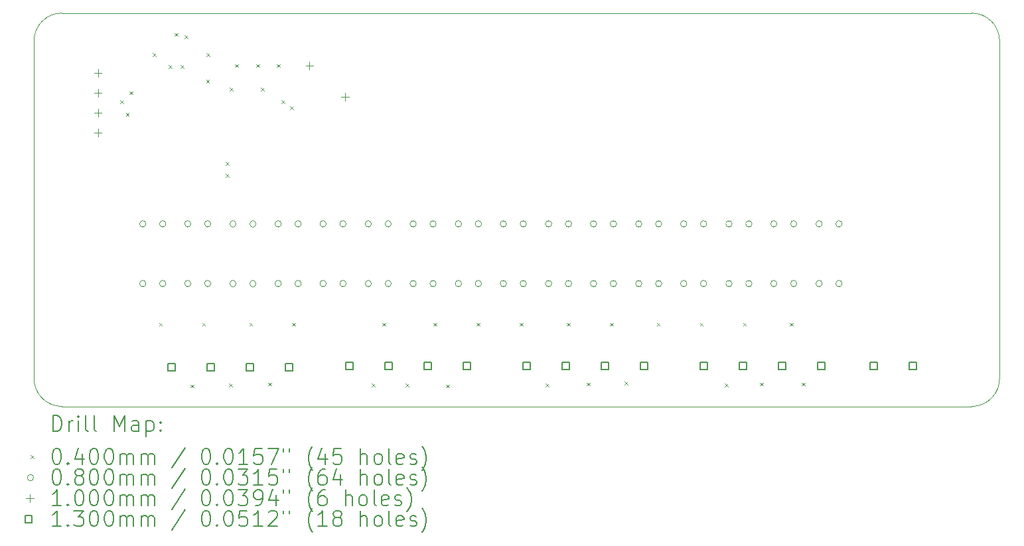
<source format=gbr>
%TF.GenerationSoftware,KiCad,Pcbnew,7.0.1*%
%TF.CreationDate,2023-06-13T03:05:33-04:00*%
%TF.ProjectId,i2c 24vin,69326320-3234-4766-996e-2e6b69636164,rev?*%
%TF.SameCoordinates,Original*%
%TF.FileFunction,Drillmap*%
%TF.FilePolarity,Positive*%
%FSLAX45Y45*%
G04 Gerber Fmt 4.5, Leading zero omitted, Abs format (unit mm)*
G04 Created by KiCad (PCBNEW 7.0.1) date 2023-06-13 03:05:33*
%MOMM*%
%LPD*%
G01*
G04 APERTURE LIST*
%ADD10C,0.100000*%
%ADD11C,0.200000*%
%ADD12C,0.040000*%
%ADD13C,0.080000*%
%ADD14C,0.130000*%
G04 APERTURE END LIST*
D10*
X9084400Y-12691300D02*
G75*
G03*
X9440000Y-13046900I355600J0D01*
G01*
X9084400Y-8383400D02*
X9084400Y-12691300D01*
X9440000Y-8027800D02*
X21047900Y-8027800D01*
X21047900Y-13047127D02*
X9440000Y-13046900D01*
X21047900Y-13047127D02*
G75*
G03*
X21403500Y-12678600I0J355827D01*
G01*
X9440000Y-8027800D02*
G75*
G03*
X9084400Y-8383400I0J-355600D01*
G01*
X21403500Y-8383400D02*
G75*
G03*
X21047900Y-8027800I-355600J0D01*
G01*
X21403500Y-8383400D02*
X21403500Y-12678600D01*
D11*
D12*
X10186800Y-9140700D02*
X10226800Y-9180700D01*
X10226800Y-9140700D02*
X10186800Y-9180700D01*
X10256250Y-9303750D02*
X10296250Y-9343750D01*
X10296250Y-9303750D02*
X10256250Y-9343750D01*
X10301100Y-9026400D02*
X10341100Y-9066400D01*
X10341100Y-9026400D02*
X10301100Y-9066400D01*
X10597200Y-8539800D02*
X10637200Y-8579800D01*
X10637200Y-8539800D02*
X10597200Y-8579800D01*
X10680000Y-11980000D02*
X10720000Y-12020000D01*
X10720000Y-11980000D02*
X10680000Y-12020000D01*
X10800400Y-8692200D02*
X10840400Y-8732200D01*
X10840400Y-8692200D02*
X10800400Y-8732200D01*
X10880000Y-8280000D02*
X10920000Y-8320000D01*
X10920000Y-8280000D02*
X10880000Y-8320000D01*
X10952800Y-8692200D02*
X10992800Y-8732200D01*
X10992800Y-8692200D02*
X10952800Y-8732200D01*
X11003600Y-8311200D02*
X11043600Y-8351200D01*
X11043600Y-8311200D02*
X11003600Y-8351200D01*
X11079800Y-12768900D02*
X11119800Y-12808900D01*
X11119800Y-12768900D02*
X11079800Y-12808900D01*
X11230000Y-11980000D02*
X11270000Y-12020000D01*
X11270000Y-11980000D02*
X11230000Y-12020000D01*
X11280000Y-8880000D02*
X11320000Y-8920000D01*
X11320000Y-8880000D02*
X11280000Y-8920000D01*
X11283000Y-8539800D02*
X11323000Y-8579800D01*
X11323000Y-8539800D02*
X11283000Y-8579800D01*
X11530000Y-9930000D02*
X11570000Y-9970000D01*
X11570000Y-9930000D02*
X11530000Y-9970000D01*
X11530000Y-10080000D02*
X11570000Y-10120000D01*
X11570000Y-10080000D02*
X11530000Y-10120000D01*
X11575100Y-12756200D02*
X11615100Y-12796200D01*
X11615100Y-12756200D02*
X11575100Y-12796200D01*
X11580000Y-8980000D02*
X11620000Y-9020000D01*
X11620000Y-8980000D02*
X11580000Y-9020000D01*
X11651300Y-8679500D02*
X11691300Y-8719500D01*
X11691300Y-8679500D02*
X11651300Y-8719500D01*
X11830000Y-11980000D02*
X11870000Y-12020000D01*
X11870000Y-11980000D02*
X11830000Y-12020000D01*
X11918000Y-8679500D02*
X11958000Y-8719500D01*
X11958000Y-8679500D02*
X11918000Y-8719500D01*
X11980000Y-8980000D02*
X12020000Y-9020000D01*
X12020000Y-8980000D02*
X11980000Y-9020000D01*
X12070400Y-12743500D02*
X12110400Y-12783500D01*
X12110400Y-12743500D02*
X12070400Y-12783500D01*
X12184700Y-8679500D02*
X12224700Y-8719500D01*
X12224700Y-8679500D02*
X12184700Y-8719500D01*
X12239500Y-9140700D02*
X12279500Y-9180700D01*
X12279500Y-9140700D02*
X12239500Y-9180700D01*
X12353800Y-9216900D02*
X12393800Y-9256900D01*
X12393800Y-9216900D02*
X12353800Y-9256900D01*
X12380000Y-11980000D02*
X12420000Y-12020000D01*
X12420000Y-11980000D02*
X12380000Y-12020000D01*
X13391200Y-12756200D02*
X13431200Y-12796200D01*
X13431200Y-12756200D02*
X13391200Y-12796200D01*
X13530000Y-11980000D02*
X13570000Y-12020000D01*
X13570000Y-11980000D02*
X13530000Y-12020000D01*
X13823000Y-12756200D02*
X13863000Y-12796200D01*
X13863000Y-12756200D02*
X13823000Y-12796200D01*
X14180000Y-11980000D02*
X14220000Y-12020000D01*
X14220000Y-11980000D02*
X14180000Y-12020000D01*
X14343700Y-12768900D02*
X14383700Y-12808900D01*
X14383700Y-12768900D02*
X14343700Y-12808900D01*
X14730000Y-11980000D02*
X14770000Y-12020000D01*
X14770000Y-11980000D02*
X14730000Y-12020000D01*
X15280000Y-11980000D02*
X15320000Y-12020000D01*
X15320000Y-11980000D02*
X15280000Y-12020000D01*
X15613700Y-12756200D02*
X15653700Y-12796200D01*
X15653700Y-12756200D02*
X15613700Y-12796200D01*
X15880000Y-11980000D02*
X15920000Y-12020000D01*
X15920000Y-11980000D02*
X15880000Y-12020000D01*
X16134400Y-12743500D02*
X16174400Y-12783500D01*
X16174400Y-12743500D02*
X16134400Y-12783500D01*
X16430000Y-11980000D02*
X16470000Y-12020000D01*
X16470000Y-11980000D02*
X16430000Y-12020000D01*
X16617000Y-12730800D02*
X16657000Y-12770800D01*
X16657000Y-12730800D02*
X16617000Y-12770800D01*
X17030000Y-11980000D02*
X17070000Y-12020000D01*
X17070000Y-11980000D02*
X17030000Y-12020000D01*
X17580000Y-11980000D02*
X17620000Y-12020000D01*
X17620000Y-11980000D02*
X17580000Y-12020000D01*
X17899700Y-12756200D02*
X17939700Y-12796200D01*
X17939700Y-12756200D02*
X17899700Y-12796200D01*
X18130000Y-11980000D02*
X18170000Y-12020000D01*
X18170000Y-11980000D02*
X18130000Y-12020000D01*
X18344200Y-12743500D02*
X18384200Y-12783500D01*
X18384200Y-12743500D02*
X18344200Y-12783500D01*
X18730000Y-11980000D02*
X18770000Y-12020000D01*
X18770000Y-11980000D02*
X18730000Y-12020000D01*
X18877600Y-12743500D02*
X18917600Y-12783500D01*
X18917600Y-12743500D02*
X18877600Y-12783500D01*
D13*
X10512500Y-10718000D02*
G75*
G03*
X10512500Y-10718000I-40000J0D01*
G01*
X10512500Y-11480000D02*
G75*
G03*
X10512500Y-11480000I-40000J0D01*
G01*
X10766500Y-10718000D02*
G75*
G03*
X10766500Y-10718000I-40000J0D01*
G01*
X10766500Y-11480000D02*
G75*
G03*
X10766500Y-11480000I-40000J0D01*
G01*
X11086000Y-10718000D02*
G75*
G03*
X11086000Y-10718000I-40000J0D01*
G01*
X11086000Y-11480000D02*
G75*
G03*
X11086000Y-11480000I-40000J0D01*
G01*
X11340000Y-10718000D02*
G75*
G03*
X11340000Y-10718000I-40000J0D01*
G01*
X11340000Y-11480000D02*
G75*
G03*
X11340000Y-11480000I-40000J0D01*
G01*
X11662500Y-10718000D02*
G75*
G03*
X11662500Y-10718000I-40000J0D01*
G01*
X11662500Y-11480000D02*
G75*
G03*
X11662500Y-11480000I-40000J0D01*
G01*
X11916500Y-10718000D02*
G75*
G03*
X11916500Y-10718000I-40000J0D01*
G01*
X11916500Y-11480000D02*
G75*
G03*
X11916500Y-11480000I-40000J0D01*
G01*
X12240000Y-10718000D02*
G75*
G03*
X12240000Y-10718000I-40000J0D01*
G01*
X12240000Y-11480000D02*
G75*
G03*
X12240000Y-11480000I-40000J0D01*
G01*
X12494000Y-10718000D02*
G75*
G03*
X12494000Y-10718000I-40000J0D01*
G01*
X12494000Y-11480000D02*
G75*
G03*
X12494000Y-11480000I-40000J0D01*
G01*
X12812500Y-10718000D02*
G75*
G03*
X12812500Y-10718000I-40000J0D01*
G01*
X12812500Y-11480000D02*
G75*
G03*
X12812500Y-11480000I-40000J0D01*
G01*
X13066500Y-10718000D02*
G75*
G03*
X13066500Y-10718000I-40000J0D01*
G01*
X13066500Y-11480000D02*
G75*
G03*
X13066500Y-11480000I-40000J0D01*
G01*
X13390000Y-10718000D02*
G75*
G03*
X13390000Y-10718000I-40000J0D01*
G01*
X13390000Y-11480000D02*
G75*
G03*
X13390000Y-11480000I-40000J0D01*
G01*
X13644000Y-10718000D02*
G75*
G03*
X13644000Y-10718000I-40000J0D01*
G01*
X13644000Y-11480000D02*
G75*
G03*
X13644000Y-11480000I-40000J0D01*
G01*
X13962500Y-10718000D02*
G75*
G03*
X13962500Y-10718000I-40000J0D01*
G01*
X13962500Y-11480000D02*
G75*
G03*
X13962500Y-11480000I-40000J0D01*
G01*
X14216500Y-10718000D02*
G75*
G03*
X14216500Y-10718000I-40000J0D01*
G01*
X14216500Y-11480000D02*
G75*
G03*
X14216500Y-11480000I-40000J0D01*
G01*
X14540000Y-10718000D02*
G75*
G03*
X14540000Y-10718000I-40000J0D01*
G01*
X14540000Y-11480000D02*
G75*
G03*
X14540000Y-11480000I-40000J0D01*
G01*
X14794000Y-10718000D02*
G75*
G03*
X14794000Y-10718000I-40000J0D01*
G01*
X14794000Y-11480000D02*
G75*
G03*
X14794000Y-11480000I-40000J0D01*
G01*
X15112500Y-10718000D02*
G75*
G03*
X15112500Y-10718000I-40000J0D01*
G01*
X15112500Y-11480000D02*
G75*
G03*
X15112500Y-11480000I-40000J0D01*
G01*
X15366500Y-10718000D02*
G75*
G03*
X15366500Y-10718000I-40000J0D01*
G01*
X15366500Y-11480000D02*
G75*
G03*
X15366500Y-11480000I-40000J0D01*
G01*
X15690000Y-10718000D02*
G75*
G03*
X15690000Y-10718000I-40000J0D01*
G01*
X15690000Y-11480000D02*
G75*
G03*
X15690000Y-11480000I-40000J0D01*
G01*
X15944000Y-10718000D02*
G75*
G03*
X15944000Y-10718000I-40000J0D01*
G01*
X15944000Y-11480000D02*
G75*
G03*
X15944000Y-11480000I-40000J0D01*
G01*
X16262500Y-10718000D02*
G75*
G03*
X16262500Y-10718000I-40000J0D01*
G01*
X16262500Y-11480000D02*
G75*
G03*
X16262500Y-11480000I-40000J0D01*
G01*
X16516500Y-10718000D02*
G75*
G03*
X16516500Y-10718000I-40000J0D01*
G01*
X16516500Y-11480000D02*
G75*
G03*
X16516500Y-11480000I-40000J0D01*
G01*
X16840000Y-10718000D02*
G75*
G03*
X16840000Y-10718000I-40000J0D01*
G01*
X16840000Y-11480000D02*
G75*
G03*
X16840000Y-11480000I-40000J0D01*
G01*
X17094000Y-10718000D02*
G75*
G03*
X17094000Y-10718000I-40000J0D01*
G01*
X17094000Y-11480000D02*
G75*
G03*
X17094000Y-11480000I-40000J0D01*
G01*
X17412500Y-10718000D02*
G75*
G03*
X17412500Y-10718000I-40000J0D01*
G01*
X17412500Y-11480000D02*
G75*
G03*
X17412500Y-11480000I-40000J0D01*
G01*
X17666500Y-10718000D02*
G75*
G03*
X17666500Y-10718000I-40000J0D01*
G01*
X17666500Y-11480000D02*
G75*
G03*
X17666500Y-11480000I-40000J0D01*
G01*
X17990000Y-10718000D02*
G75*
G03*
X17990000Y-10718000I-40000J0D01*
G01*
X17990000Y-11480000D02*
G75*
G03*
X17990000Y-11480000I-40000J0D01*
G01*
X18244000Y-10718000D02*
G75*
G03*
X18244000Y-10718000I-40000J0D01*
G01*
X18244000Y-11480000D02*
G75*
G03*
X18244000Y-11480000I-40000J0D01*
G01*
X18562500Y-10718000D02*
G75*
G03*
X18562500Y-10718000I-40000J0D01*
G01*
X18562500Y-11480000D02*
G75*
G03*
X18562500Y-11480000I-40000J0D01*
G01*
X18816500Y-10718000D02*
G75*
G03*
X18816500Y-10718000I-40000J0D01*
G01*
X18816500Y-11480000D02*
G75*
G03*
X18816500Y-11480000I-40000J0D01*
G01*
X19140000Y-10718000D02*
G75*
G03*
X19140000Y-10718000I-40000J0D01*
G01*
X19140000Y-11480000D02*
G75*
G03*
X19140000Y-11480000I-40000J0D01*
G01*
X19394000Y-10718000D02*
G75*
G03*
X19394000Y-10718000I-40000J0D01*
G01*
X19394000Y-11480000D02*
G75*
G03*
X19394000Y-11480000I-40000J0D01*
G01*
D10*
X9900000Y-8742400D02*
X9900000Y-8842400D01*
X9850000Y-8792400D02*
X9950000Y-8792400D01*
X9900000Y-8996400D02*
X9900000Y-9096400D01*
X9850000Y-9046400D02*
X9950000Y-9046400D01*
X9900000Y-9250400D02*
X9900000Y-9350400D01*
X9850000Y-9300400D02*
X9950000Y-9300400D01*
X9900000Y-9504400D02*
X9900000Y-9604400D01*
X9850000Y-9554400D02*
X9950000Y-9554400D01*
X12600000Y-8650000D02*
X12600000Y-8750000D01*
X12550000Y-8700000D02*
X12650000Y-8700000D01*
X13050000Y-9050000D02*
X13050000Y-9150000D01*
X13000000Y-9100000D02*
X13100000Y-9100000D01*
D14*
X10882362Y-12589962D02*
X10882362Y-12498038D01*
X10790438Y-12498038D01*
X10790438Y-12589962D01*
X10882362Y-12589962D01*
X11382362Y-12589962D02*
X11382362Y-12498038D01*
X11290438Y-12498038D01*
X11290438Y-12589962D01*
X11382362Y-12589962D01*
X11882362Y-12589962D02*
X11882362Y-12498038D01*
X11790438Y-12498038D01*
X11790438Y-12589962D01*
X11882362Y-12589962D01*
X12382362Y-12589962D02*
X12382362Y-12498038D01*
X12290438Y-12498038D01*
X12290438Y-12589962D01*
X12382362Y-12589962D01*
X13155662Y-12577262D02*
X13155662Y-12485338D01*
X13063738Y-12485338D01*
X13063738Y-12577262D01*
X13155662Y-12577262D01*
X13655662Y-12577262D02*
X13655662Y-12485338D01*
X13563738Y-12485338D01*
X13563738Y-12577262D01*
X13655662Y-12577262D01*
X14155662Y-12577262D02*
X14155662Y-12485338D01*
X14063738Y-12485338D01*
X14063738Y-12577262D01*
X14155662Y-12577262D01*
X14655662Y-12577262D02*
X14655662Y-12485338D01*
X14563738Y-12485338D01*
X14563738Y-12577262D01*
X14655662Y-12577262D01*
X15416262Y-12577262D02*
X15416262Y-12485338D01*
X15324338Y-12485338D01*
X15324338Y-12577262D01*
X15416262Y-12577262D01*
X15916262Y-12577262D02*
X15916262Y-12485338D01*
X15824338Y-12485338D01*
X15824338Y-12577262D01*
X15916262Y-12577262D01*
X16416262Y-12577262D02*
X16416262Y-12485338D01*
X16324338Y-12485338D01*
X16324338Y-12577262D01*
X16416262Y-12577262D01*
X16916262Y-12577262D02*
X16916262Y-12485338D01*
X16824338Y-12485338D01*
X16824338Y-12577262D01*
X16916262Y-12577262D01*
X17676862Y-12577262D02*
X17676862Y-12485338D01*
X17584938Y-12485338D01*
X17584938Y-12577262D01*
X17676862Y-12577262D01*
X18176862Y-12577262D02*
X18176862Y-12485338D01*
X18084938Y-12485338D01*
X18084938Y-12577262D01*
X18176862Y-12577262D01*
X18676862Y-12577262D02*
X18676862Y-12485338D01*
X18584938Y-12485338D01*
X18584938Y-12577262D01*
X18676862Y-12577262D01*
X19176862Y-12577262D02*
X19176862Y-12485338D01*
X19084938Y-12485338D01*
X19084938Y-12577262D01*
X19176862Y-12577262D01*
X19840562Y-12577262D02*
X19840562Y-12485338D01*
X19748638Y-12485338D01*
X19748638Y-12577262D01*
X19840562Y-12577262D01*
X20340562Y-12577262D02*
X20340562Y-12485338D01*
X20248638Y-12485338D01*
X20248638Y-12577262D01*
X20340562Y-12577262D01*
D11*
X9327019Y-13364650D02*
X9327019Y-13164650D01*
X9327019Y-13164650D02*
X9374638Y-13164650D01*
X9374638Y-13164650D02*
X9403210Y-13174174D01*
X9403210Y-13174174D02*
X9422257Y-13193222D01*
X9422257Y-13193222D02*
X9431781Y-13212269D01*
X9431781Y-13212269D02*
X9441305Y-13250365D01*
X9441305Y-13250365D02*
X9441305Y-13278936D01*
X9441305Y-13278936D02*
X9431781Y-13317031D01*
X9431781Y-13317031D02*
X9422257Y-13336079D01*
X9422257Y-13336079D02*
X9403210Y-13355127D01*
X9403210Y-13355127D02*
X9374638Y-13364650D01*
X9374638Y-13364650D02*
X9327019Y-13364650D01*
X9527019Y-13364650D02*
X9527019Y-13231317D01*
X9527019Y-13269412D02*
X9536543Y-13250365D01*
X9536543Y-13250365D02*
X9546067Y-13240841D01*
X9546067Y-13240841D02*
X9565114Y-13231317D01*
X9565114Y-13231317D02*
X9584162Y-13231317D01*
X9650829Y-13364650D02*
X9650829Y-13231317D01*
X9650829Y-13164650D02*
X9641305Y-13174174D01*
X9641305Y-13174174D02*
X9650829Y-13183698D01*
X9650829Y-13183698D02*
X9660352Y-13174174D01*
X9660352Y-13174174D02*
X9650829Y-13164650D01*
X9650829Y-13164650D02*
X9650829Y-13183698D01*
X9774638Y-13364650D02*
X9755590Y-13355127D01*
X9755590Y-13355127D02*
X9746067Y-13336079D01*
X9746067Y-13336079D02*
X9746067Y-13164650D01*
X9879400Y-13364650D02*
X9860352Y-13355127D01*
X9860352Y-13355127D02*
X9850829Y-13336079D01*
X9850829Y-13336079D02*
X9850829Y-13164650D01*
X10107971Y-13364650D02*
X10107971Y-13164650D01*
X10107971Y-13164650D02*
X10174638Y-13307508D01*
X10174638Y-13307508D02*
X10241305Y-13164650D01*
X10241305Y-13164650D02*
X10241305Y-13364650D01*
X10422257Y-13364650D02*
X10422257Y-13259889D01*
X10422257Y-13259889D02*
X10412733Y-13240841D01*
X10412733Y-13240841D02*
X10393686Y-13231317D01*
X10393686Y-13231317D02*
X10355590Y-13231317D01*
X10355590Y-13231317D02*
X10336543Y-13240841D01*
X10422257Y-13355127D02*
X10403210Y-13364650D01*
X10403210Y-13364650D02*
X10355590Y-13364650D01*
X10355590Y-13364650D02*
X10336543Y-13355127D01*
X10336543Y-13355127D02*
X10327019Y-13336079D01*
X10327019Y-13336079D02*
X10327019Y-13317031D01*
X10327019Y-13317031D02*
X10336543Y-13297984D01*
X10336543Y-13297984D02*
X10355590Y-13288460D01*
X10355590Y-13288460D02*
X10403210Y-13288460D01*
X10403210Y-13288460D02*
X10422257Y-13278936D01*
X10517495Y-13231317D02*
X10517495Y-13431317D01*
X10517495Y-13240841D02*
X10536543Y-13231317D01*
X10536543Y-13231317D02*
X10574638Y-13231317D01*
X10574638Y-13231317D02*
X10593686Y-13240841D01*
X10593686Y-13240841D02*
X10603210Y-13250365D01*
X10603210Y-13250365D02*
X10612733Y-13269412D01*
X10612733Y-13269412D02*
X10612733Y-13326555D01*
X10612733Y-13326555D02*
X10603210Y-13345603D01*
X10603210Y-13345603D02*
X10593686Y-13355127D01*
X10593686Y-13355127D02*
X10574638Y-13364650D01*
X10574638Y-13364650D02*
X10536543Y-13364650D01*
X10536543Y-13364650D02*
X10517495Y-13355127D01*
X10698448Y-13345603D02*
X10707971Y-13355127D01*
X10707971Y-13355127D02*
X10698448Y-13364650D01*
X10698448Y-13364650D02*
X10688924Y-13355127D01*
X10688924Y-13355127D02*
X10698448Y-13345603D01*
X10698448Y-13345603D02*
X10698448Y-13364650D01*
X10698448Y-13240841D02*
X10707971Y-13250365D01*
X10707971Y-13250365D02*
X10698448Y-13259889D01*
X10698448Y-13259889D02*
X10688924Y-13250365D01*
X10688924Y-13250365D02*
X10698448Y-13240841D01*
X10698448Y-13240841D02*
X10698448Y-13259889D01*
D12*
X9039400Y-13672127D02*
X9079400Y-13712127D01*
X9079400Y-13672127D02*
X9039400Y-13712127D01*
D11*
X9365114Y-13584650D02*
X9384162Y-13584650D01*
X9384162Y-13584650D02*
X9403210Y-13594174D01*
X9403210Y-13594174D02*
X9412733Y-13603698D01*
X9412733Y-13603698D02*
X9422257Y-13622746D01*
X9422257Y-13622746D02*
X9431781Y-13660841D01*
X9431781Y-13660841D02*
X9431781Y-13708460D01*
X9431781Y-13708460D02*
X9422257Y-13746555D01*
X9422257Y-13746555D02*
X9412733Y-13765603D01*
X9412733Y-13765603D02*
X9403210Y-13775127D01*
X9403210Y-13775127D02*
X9384162Y-13784650D01*
X9384162Y-13784650D02*
X9365114Y-13784650D01*
X9365114Y-13784650D02*
X9346067Y-13775127D01*
X9346067Y-13775127D02*
X9336543Y-13765603D01*
X9336543Y-13765603D02*
X9327019Y-13746555D01*
X9327019Y-13746555D02*
X9317495Y-13708460D01*
X9317495Y-13708460D02*
X9317495Y-13660841D01*
X9317495Y-13660841D02*
X9327019Y-13622746D01*
X9327019Y-13622746D02*
X9336543Y-13603698D01*
X9336543Y-13603698D02*
X9346067Y-13594174D01*
X9346067Y-13594174D02*
X9365114Y-13584650D01*
X9517495Y-13765603D02*
X9527019Y-13775127D01*
X9527019Y-13775127D02*
X9517495Y-13784650D01*
X9517495Y-13784650D02*
X9507971Y-13775127D01*
X9507971Y-13775127D02*
X9517495Y-13765603D01*
X9517495Y-13765603D02*
X9517495Y-13784650D01*
X9698448Y-13651317D02*
X9698448Y-13784650D01*
X9650829Y-13575127D02*
X9603210Y-13717984D01*
X9603210Y-13717984D02*
X9727019Y-13717984D01*
X9841305Y-13584650D02*
X9860352Y-13584650D01*
X9860352Y-13584650D02*
X9879400Y-13594174D01*
X9879400Y-13594174D02*
X9888924Y-13603698D01*
X9888924Y-13603698D02*
X9898448Y-13622746D01*
X9898448Y-13622746D02*
X9907971Y-13660841D01*
X9907971Y-13660841D02*
X9907971Y-13708460D01*
X9907971Y-13708460D02*
X9898448Y-13746555D01*
X9898448Y-13746555D02*
X9888924Y-13765603D01*
X9888924Y-13765603D02*
X9879400Y-13775127D01*
X9879400Y-13775127D02*
X9860352Y-13784650D01*
X9860352Y-13784650D02*
X9841305Y-13784650D01*
X9841305Y-13784650D02*
X9822257Y-13775127D01*
X9822257Y-13775127D02*
X9812733Y-13765603D01*
X9812733Y-13765603D02*
X9803210Y-13746555D01*
X9803210Y-13746555D02*
X9793686Y-13708460D01*
X9793686Y-13708460D02*
X9793686Y-13660841D01*
X9793686Y-13660841D02*
X9803210Y-13622746D01*
X9803210Y-13622746D02*
X9812733Y-13603698D01*
X9812733Y-13603698D02*
X9822257Y-13594174D01*
X9822257Y-13594174D02*
X9841305Y-13584650D01*
X10031781Y-13584650D02*
X10050829Y-13584650D01*
X10050829Y-13584650D02*
X10069876Y-13594174D01*
X10069876Y-13594174D02*
X10079400Y-13603698D01*
X10079400Y-13603698D02*
X10088924Y-13622746D01*
X10088924Y-13622746D02*
X10098448Y-13660841D01*
X10098448Y-13660841D02*
X10098448Y-13708460D01*
X10098448Y-13708460D02*
X10088924Y-13746555D01*
X10088924Y-13746555D02*
X10079400Y-13765603D01*
X10079400Y-13765603D02*
X10069876Y-13775127D01*
X10069876Y-13775127D02*
X10050829Y-13784650D01*
X10050829Y-13784650D02*
X10031781Y-13784650D01*
X10031781Y-13784650D02*
X10012733Y-13775127D01*
X10012733Y-13775127D02*
X10003210Y-13765603D01*
X10003210Y-13765603D02*
X9993686Y-13746555D01*
X9993686Y-13746555D02*
X9984162Y-13708460D01*
X9984162Y-13708460D02*
X9984162Y-13660841D01*
X9984162Y-13660841D02*
X9993686Y-13622746D01*
X9993686Y-13622746D02*
X10003210Y-13603698D01*
X10003210Y-13603698D02*
X10012733Y-13594174D01*
X10012733Y-13594174D02*
X10031781Y-13584650D01*
X10184162Y-13784650D02*
X10184162Y-13651317D01*
X10184162Y-13670365D02*
X10193686Y-13660841D01*
X10193686Y-13660841D02*
X10212733Y-13651317D01*
X10212733Y-13651317D02*
X10241305Y-13651317D01*
X10241305Y-13651317D02*
X10260352Y-13660841D01*
X10260352Y-13660841D02*
X10269876Y-13679889D01*
X10269876Y-13679889D02*
X10269876Y-13784650D01*
X10269876Y-13679889D02*
X10279400Y-13660841D01*
X10279400Y-13660841D02*
X10298448Y-13651317D01*
X10298448Y-13651317D02*
X10327019Y-13651317D01*
X10327019Y-13651317D02*
X10346067Y-13660841D01*
X10346067Y-13660841D02*
X10355591Y-13679889D01*
X10355591Y-13679889D02*
X10355591Y-13784650D01*
X10450829Y-13784650D02*
X10450829Y-13651317D01*
X10450829Y-13670365D02*
X10460352Y-13660841D01*
X10460352Y-13660841D02*
X10479400Y-13651317D01*
X10479400Y-13651317D02*
X10507972Y-13651317D01*
X10507972Y-13651317D02*
X10527019Y-13660841D01*
X10527019Y-13660841D02*
X10536543Y-13679889D01*
X10536543Y-13679889D02*
X10536543Y-13784650D01*
X10536543Y-13679889D02*
X10546067Y-13660841D01*
X10546067Y-13660841D02*
X10565114Y-13651317D01*
X10565114Y-13651317D02*
X10593686Y-13651317D01*
X10593686Y-13651317D02*
X10612733Y-13660841D01*
X10612733Y-13660841D02*
X10622257Y-13679889D01*
X10622257Y-13679889D02*
X10622257Y-13784650D01*
X11012733Y-13575127D02*
X10841305Y-13832269D01*
X11269876Y-13584650D02*
X11288924Y-13584650D01*
X11288924Y-13584650D02*
X11307972Y-13594174D01*
X11307972Y-13594174D02*
X11317495Y-13603698D01*
X11317495Y-13603698D02*
X11327019Y-13622746D01*
X11327019Y-13622746D02*
X11336543Y-13660841D01*
X11336543Y-13660841D02*
X11336543Y-13708460D01*
X11336543Y-13708460D02*
X11327019Y-13746555D01*
X11327019Y-13746555D02*
X11317495Y-13765603D01*
X11317495Y-13765603D02*
X11307972Y-13775127D01*
X11307972Y-13775127D02*
X11288924Y-13784650D01*
X11288924Y-13784650D02*
X11269876Y-13784650D01*
X11269876Y-13784650D02*
X11250829Y-13775127D01*
X11250829Y-13775127D02*
X11241305Y-13765603D01*
X11241305Y-13765603D02*
X11231781Y-13746555D01*
X11231781Y-13746555D02*
X11222257Y-13708460D01*
X11222257Y-13708460D02*
X11222257Y-13660841D01*
X11222257Y-13660841D02*
X11231781Y-13622746D01*
X11231781Y-13622746D02*
X11241305Y-13603698D01*
X11241305Y-13603698D02*
X11250829Y-13594174D01*
X11250829Y-13594174D02*
X11269876Y-13584650D01*
X11422257Y-13765603D02*
X11431781Y-13775127D01*
X11431781Y-13775127D02*
X11422257Y-13784650D01*
X11422257Y-13784650D02*
X11412733Y-13775127D01*
X11412733Y-13775127D02*
X11422257Y-13765603D01*
X11422257Y-13765603D02*
X11422257Y-13784650D01*
X11555591Y-13584650D02*
X11574638Y-13584650D01*
X11574638Y-13584650D02*
X11593686Y-13594174D01*
X11593686Y-13594174D02*
X11603210Y-13603698D01*
X11603210Y-13603698D02*
X11612733Y-13622746D01*
X11612733Y-13622746D02*
X11622257Y-13660841D01*
X11622257Y-13660841D02*
X11622257Y-13708460D01*
X11622257Y-13708460D02*
X11612733Y-13746555D01*
X11612733Y-13746555D02*
X11603210Y-13765603D01*
X11603210Y-13765603D02*
X11593686Y-13775127D01*
X11593686Y-13775127D02*
X11574638Y-13784650D01*
X11574638Y-13784650D02*
X11555591Y-13784650D01*
X11555591Y-13784650D02*
X11536543Y-13775127D01*
X11536543Y-13775127D02*
X11527019Y-13765603D01*
X11527019Y-13765603D02*
X11517495Y-13746555D01*
X11517495Y-13746555D02*
X11507972Y-13708460D01*
X11507972Y-13708460D02*
X11507972Y-13660841D01*
X11507972Y-13660841D02*
X11517495Y-13622746D01*
X11517495Y-13622746D02*
X11527019Y-13603698D01*
X11527019Y-13603698D02*
X11536543Y-13594174D01*
X11536543Y-13594174D02*
X11555591Y-13584650D01*
X11812733Y-13784650D02*
X11698448Y-13784650D01*
X11755591Y-13784650D02*
X11755591Y-13584650D01*
X11755591Y-13584650D02*
X11736543Y-13613222D01*
X11736543Y-13613222D02*
X11717495Y-13632269D01*
X11717495Y-13632269D02*
X11698448Y-13641793D01*
X11993686Y-13584650D02*
X11898448Y-13584650D01*
X11898448Y-13584650D02*
X11888924Y-13679889D01*
X11888924Y-13679889D02*
X11898448Y-13670365D01*
X11898448Y-13670365D02*
X11917495Y-13660841D01*
X11917495Y-13660841D02*
X11965114Y-13660841D01*
X11965114Y-13660841D02*
X11984162Y-13670365D01*
X11984162Y-13670365D02*
X11993686Y-13679889D01*
X11993686Y-13679889D02*
X12003210Y-13698936D01*
X12003210Y-13698936D02*
X12003210Y-13746555D01*
X12003210Y-13746555D02*
X11993686Y-13765603D01*
X11993686Y-13765603D02*
X11984162Y-13775127D01*
X11984162Y-13775127D02*
X11965114Y-13784650D01*
X11965114Y-13784650D02*
X11917495Y-13784650D01*
X11917495Y-13784650D02*
X11898448Y-13775127D01*
X11898448Y-13775127D02*
X11888924Y-13765603D01*
X12069876Y-13584650D02*
X12203210Y-13584650D01*
X12203210Y-13584650D02*
X12117495Y-13784650D01*
X12269876Y-13584650D02*
X12269876Y-13622746D01*
X12346067Y-13584650D02*
X12346067Y-13622746D01*
X12641305Y-13860841D02*
X12631781Y-13851317D01*
X12631781Y-13851317D02*
X12612734Y-13822746D01*
X12612734Y-13822746D02*
X12603210Y-13803698D01*
X12603210Y-13803698D02*
X12593686Y-13775127D01*
X12593686Y-13775127D02*
X12584162Y-13727508D01*
X12584162Y-13727508D02*
X12584162Y-13689412D01*
X12584162Y-13689412D02*
X12593686Y-13641793D01*
X12593686Y-13641793D02*
X12603210Y-13613222D01*
X12603210Y-13613222D02*
X12612734Y-13594174D01*
X12612734Y-13594174D02*
X12631781Y-13565603D01*
X12631781Y-13565603D02*
X12641305Y-13556079D01*
X12803210Y-13651317D02*
X12803210Y-13784650D01*
X12755591Y-13575127D02*
X12707972Y-13717984D01*
X12707972Y-13717984D02*
X12831781Y-13717984D01*
X13003210Y-13584650D02*
X12907972Y-13584650D01*
X12907972Y-13584650D02*
X12898448Y-13679889D01*
X12898448Y-13679889D02*
X12907972Y-13670365D01*
X12907972Y-13670365D02*
X12927019Y-13660841D01*
X12927019Y-13660841D02*
X12974638Y-13660841D01*
X12974638Y-13660841D02*
X12993686Y-13670365D01*
X12993686Y-13670365D02*
X13003210Y-13679889D01*
X13003210Y-13679889D02*
X13012734Y-13698936D01*
X13012734Y-13698936D02*
X13012734Y-13746555D01*
X13012734Y-13746555D02*
X13003210Y-13765603D01*
X13003210Y-13765603D02*
X12993686Y-13775127D01*
X12993686Y-13775127D02*
X12974638Y-13784650D01*
X12974638Y-13784650D02*
X12927019Y-13784650D01*
X12927019Y-13784650D02*
X12907972Y-13775127D01*
X12907972Y-13775127D02*
X12898448Y-13765603D01*
X13250829Y-13784650D02*
X13250829Y-13584650D01*
X13336543Y-13784650D02*
X13336543Y-13679889D01*
X13336543Y-13679889D02*
X13327019Y-13660841D01*
X13327019Y-13660841D02*
X13307972Y-13651317D01*
X13307972Y-13651317D02*
X13279400Y-13651317D01*
X13279400Y-13651317D02*
X13260353Y-13660841D01*
X13260353Y-13660841D02*
X13250829Y-13670365D01*
X13460353Y-13784650D02*
X13441305Y-13775127D01*
X13441305Y-13775127D02*
X13431781Y-13765603D01*
X13431781Y-13765603D02*
X13422257Y-13746555D01*
X13422257Y-13746555D02*
X13422257Y-13689412D01*
X13422257Y-13689412D02*
X13431781Y-13670365D01*
X13431781Y-13670365D02*
X13441305Y-13660841D01*
X13441305Y-13660841D02*
X13460353Y-13651317D01*
X13460353Y-13651317D02*
X13488924Y-13651317D01*
X13488924Y-13651317D02*
X13507972Y-13660841D01*
X13507972Y-13660841D02*
X13517496Y-13670365D01*
X13517496Y-13670365D02*
X13527019Y-13689412D01*
X13527019Y-13689412D02*
X13527019Y-13746555D01*
X13527019Y-13746555D02*
X13517496Y-13765603D01*
X13517496Y-13765603D02*
X13507972Y-13775127D01*
X13507972Y-13775127D02*
X13488924Y-13784650D01*
X13488924Y-13784650D02*
X13460353Y-13784650D01*
X13641305Y-13784650D02*
X13622257Y-13775127D01*
X13622257Y-13775127D02*
X13612734Y-13756079D01*
X13612734Y-13756079D02*
X13612734Y-13584650D01*
X13793686Y-13775127D02*
X13774638Y-13784650D01*
X13774638Y-13784650D02*
X13736543Y-13784650D01*
X13736543Y-13784650D02*
X13717496Y-13775127D01*
X13717496Y-13775127D02*
X13707972Y-13756079D01*
X13707972Y-13756079D02*
X13707972Y-13679889D01*
X13707972Y-13679889D02*
X13717496Y-13660841D01*
X13717496Y-13660841D02*
X13736543Y-13651317D01*
X13736543Y-13651317D02*
X13774638Y-13651317D01*
X13774638Y-13651317D02*
X13793686Y-13660841D01*
X13793686Y-13660841D02*
X13803210Y-13679889D01*
X13803210Y-13679889D02*
X13803210Y-13698936D01*
X13803210Y-13698936D02*
X13707972Y-13717984D01*
X13879400Y-13775127D02*
X13898448Y-13784650D01*
X13898448Y-13784650D02*
X13936543Y-13784650D01*
X13936543Y-13784650D02*
X13955591Y-13775127D01*
X13955591Y-13775127D02*
X13965115Y-13756079D01*
X13965115Y-13756079D02*
X13965115Y-13746555D01*
X13965115Y-13746555D02*
X13955591Y-13727508D01*
X13955591Y-13727508D02*
X13936543Y-13717984D01*
X13936543Y-13717984D02*
X13907972Y-13717984D01*
X13907972Y-13717984D02*
X13888924Y-13708460D01*
X13888924Y-13708460D02*
X13879400Y-13689412D01*
X13879400Y-13689412D02*
X13879400Y-13679889D01*
X13879400Y-13679889D02*
X13888924Y-13660841D01*
X13888924Y-13660841D02*
X13907972Y-13651317D01*
X13907972Y-13651317D02*
X13936543Y-13651317D01*
X13936543Y-13651317D02*
X13955591Y-13660841D01*
X14031781Y-13860841D02*
X14041305Y-13851317D01*
X14041305Y-13851317D02*
X14060353Y-13822746D01*
X14060353Y-13822746D02*
X14069877Y-13803698D01*
X14069877Y-13803698D02*
X14079400Y-13775127D01*
X14079400Y-13775127D02*
X14088924Y-13727508D01*
X14088924Y-13727508D02*
X14088924Y-13689412D01*
X14088924Y-13689412D02*
X14079400Y-13641793D01*
X14079400Y-13641793D02*
X14069877Y-13613222D01*
X14069877Y-13613222D02*
X14060353Y-13594174D01*
X14060353Y-13594174D02*
X14041305Y-13565603D01*
X14041305Y-13565603D02*
X14031781Y-13556079D01*
D13*
X9079400Y-13956127D02*
G75*
G03*
X9079400Y-13956127I-40000J0D01*
G01*
D11*
X9365114Y-13848650D02*
X9384162Y-13848650D01*
X9384162Y-13848650D02*
X9403210Y-13858174D01*
X9403210Y-13858174D02*
X9412733Y-13867698D01*
X9412733Y-13867698D02*
X9422257Y-13886746D01*
X9422257Y-13886746D02*
X9431781Y-13924841D01*
X9431781Y-13924841D02*
X9431781Y-13972460D01*
X9431781Y-13972460D02*
X9422257Y-14010555D01*
X9422257Y-14010555D02*
X9412733Y-14029603D01*
X9412733Y-14029603D02*
X9403210Y-14039127D01*
X9403210Y-14039127D02*
X9384162Y-14048650D01*
X9384162Y-14048650D02*
X9365114Y-14048650D01*
X9365114Y-14048650D02*
X9346067Y-14039127D01*
X9346067Y-14039127D02*
X9336543Y-14029603D01*
X9336543Y-14029603D02*
X9327019Y-14010555D01*
X9327019Y-14010555D02*
X9317495Y-13972460D01*
X9317495Y-13972460D02*
X9317495Y-13924841D01*
X9317495Y-13924841D02*
X9327019Y-13886746D01*
X9327019Y-13886746D02*
X9336543Y-13867698D01*
X9336543Y-13867698D02*
X9346067Y-13858174D01*
X9346067Y-13858174D02*
X9365114Y-13848650D01*
X9517495Y-14029603D02*
X9527019Y-14039127D01*
X9527019Y-14039127D02*
X9517495Y-14048650D01*
X9517495Y-14048650D02*
X9507971Y-14039127D01*
X9507971Y-14039127D02*
X9517495Y-14029603D01*
X9517495Y-14029603D02*
X9517495Y-14048650D01*
X9641305Y-13934365D02*
X9622257Y-13924841D01*
X9622257Y-13924841D02*
X9612733Y-13915317D01*
X9612733Y-13915317D02*
X9603210Y-13896269D01*
X9603210Y-13896269D02*
X9603210Y-13886746D01*
X9603210Y-13886746D02*
X9612733Y-13867698D01*
X9612733Y-13867698D02*
X9622257Y-13858174D01*
X9622257Y-13858174D02*
X9641305Y-13848650D01*
X9641305Y-13848650D02*
X9679400Y-13848650D01*
X9679400Y-13848650D02*
X9698448Y-13858174D01*
X9698448Y-13858174D02*
X9707971Y-13867698D01*
X9707971Y-13867698D02*
X9717495Y-13886746D01*
X9717495Y-13886746D02*
X9717495Y-13896269D01*
X9717495Y-13896269D02*
X9707971Y-13915317D01*
X9707971Y-13915317D02*
X9698448Y-13924841D01*
X9698448Y-13924841D02*
X9679400Y-13934365D01*
X9679400Y-13934365D02*
X9641305Y-13934365D01*
X9641305Y-13934365D02*
X9622257Y-13943889D01*
X9622257Y-13943889D02*
X9612733Y-13953412D01*
X9612733Y-13953412D02*
X9603210Y-13972460D01*
X9603210Y-13972460D02*
X9603210Y-14010555D01*
X9603210Y-14010555D02*
X9612733Y-14029603D01*
X9612733Y-14029603D02*
X9622257Y-14039127D01*
X9622257Y-14039127D02*
X9641305Y-14048650D01*
X9641305Y-14048650D02*
X9679400Y-14048650D01*
X9679400Y-14048650D02*
X9698448Y-14039127D01*
X9698448Y-14039127D02*
X9707971Y-14029603D01*
X9707971Y-14029603D02*
X9717495Y-14010555D01*
X9717495Y-14010555D02*
X9717495Y-13972460D01*
X9717495Y-13972460D02*
X9707971Y-13953412D01*
X9707971Y-13953412D02*
X9698448Y-13943889D01*
X9698448Y-13943889D02*
X9679400Y-13934365D01*
X9841305Y-13848650D02*
X9860352Y-13848650D01*
X9860352Y-13848650D02*
X9879400Y-13858174D01*
X9879400Y-13858174D02*
X9888924Y-13867698D01*
X9888924Y-13867698D02*
X9898448Y-13886746D01*
X9898448Y-13886746D02*
X9907971Y-13924841D01*
X9907971Y-13924841D02*
X9907971Y-13972460D01*
X9907971Y-13972460D02*
X9898448Y-14010555D01*
X9898448Y-14010555D02*
X9888924Y-14029603D01*
X9888924Y-14029603D02*
X9879400Y-14039127D01*
X9879400Y-14039127D02*
X9860352Y-14048650D01*
X9860352Y-14048650D02*
X9841305Y-14048650D01*
X9841305Y-14048650D02*
X9822257Y-14039127D01*
X9822257Y-14039127D02*
X9812733Y-14029603D01*
X9812733Y-14029603D02*
X9803210Y-14010555D01*
X9803210Y-14010555D02*
X9793686Y-13972460D01*
X9793686Y-13972460D02*
X9793686Y-13924841D01*
X9793686Y-13924841D02*
X9803210Y-13886746D01*
X9803210Y-13886746D02*
X9812733Y-13867698D01*
X9812733Y-13867698D02*
X9822257Y-13858174D01*
X9822257Y-13858174D02*
X9841305Y-13848650D01*
X10031781Y-13848650D02*
X10050829Y-13848650D01*
X10050829Y-13848650D02*
X10069876Y-13858174D01*
X10069876Y-13858174D02*
X10079400Y-13867698D01*
X10079400Y-13867698D02*
X10088924Y-13886746D01*
X10088924Y-13886746D02*
X10098448Y-13924841D01*
X10098448Y-13924841D02*
X10098448Y-13972460D01*
X10098448Y-13972460D02*
X10088924Y-14010555D01*
X10088924Y-14010555D02*
X10079400Y-14029603D01*
X10079400Y-14029603D02*
X10069876Y-14039127D01*
X10069876Y-14039127D02*
X10050829Y-14048650D01*
X10050829Y-14048650D02*
X10031781Y-14048650D01*
X10031781Y-14048650D02*
X10012733Y-14039127D01*
X10012733Y-14039127D02*
X10003210Y-14029603D01*
X10003210Y-14029603D02*
X9993686Y-14010555D01*
X9993686Y-14010555D02*
X9984162Y-13972460D01*
X9984162Y-13972460D02*
X9984162Y-13924841D01*
X9984162Y-13924841D02*
X9993686Y-13886746D01*
X9993686Y-13886746D02*
X10003210Y-13867698D01*
X10003210Y-13867698D02*
X10012733Y-13858174D01*
X10012733Y-13858174D02*
X10031781Y-13848650D01*
X10184162Y-14048650D02*
X10184162Y-13915317D01*
X10184162Y-13934365D02*
X10193686Y-13924841D01*
X10193686Y-13924841D02*
X10212733Y-13915317D01*
X10212733Y-13915317D02*
X10241305Y-13915317D01*
X10241305Y-13915317D02*
X10260352Y-13924841D01*
X10260352Y-13924841D02*
X10269876Y-13943889D01*
X10269876Y-13943889D02*
X10269876Y-14048650D01*
X10269876Y-13943889D02*
X10279400Y-13924841D01*
X10279400Y-13924841D02*
X10298448Y-13915317D01*
X10298448Y-13915317D02*
X10327019Y-13915317D01*
X10327019Y-13915317D02*
X10346067Y-13924841D01*
X10346067Y-13924841D02*
X10355591Y-13943889D01*
X10355591Y-13943889D02*
X10355591Y-14048650D01*
X10450829Y-14048650D02*
X10450829Y-13915317D01*
X10450829Y-13934365D02*
X10460352Y-13924841D01*
X10460352Y-13924841D02*
X10479400Y-13915317D01*
X10479400Y-13915317D02*
X10507972Y-13915317D01*
X10507972Y-13915317D02*
X10527019Y-13924841D01*
X10527019Y-13924841D02*
X10536543Y-13943889D01*
X10536543Y-13943889D02*
X10536543Y-14048650D01*
X10536543Y-13943889D02*
X10546067Y-13924841D01*
X10546067Y-13924841D02*
X10565114Y-13915317D01*
X10565114Y-13915317D02*
X10593686Y-13915317D01*
X10593686Y-13915317D02*
X10612733Y-13924841D01*
X10612733Y-13924841D02*
X10622257Y-13943889D01*
X10622257Y-13943889D02*
X10622257Y-14048650D01*
X11012733Y-13839127D02*
X10841305Y-14096269D01*
X11269876Y-13848650D02*
X11288924Y-13848650D01*
X11288924Y-13848650D02*
X11307972Y-13858174D01*
X11307972Y-13858174D02*
X11317495Y-13867698D01*
X11317495Y-13867698D02*
X11327019Y-13886746D01*
X11327019Y-13886746D02*
X11336543Y-13924841D01*
X11336543Y-13924841D02*
X11336543Y-13972460D01*
X11336543Y-13972460D02*
X11327019Y-14010555D01*
X11327019Y-14010555D02*
X11317495Y-14029603D01*
X11317495Y-14029603D02*
X11307972Y-14039127D01*
X11307972Y-14039127D02*
X11288924Y-14048650D01*
X11288924Y-14048650D02*
X11269876Y-14048650D01*
X11269876Y-14048650D02*
X11250829Y-14039127D01*
X11250829Y-14039127D02*
X11241305Y-14029603D01*
X11241305Y-14029603D02*
X11231781Y-14010555D01*
X11231781Y-14010555D02*
X11222257Y-13972460D01*
X11222257Y-13972460D02*
X11222257Y-13924841D01*
X11222257Y-13924841D02*
X11231781Y-13886746D01*
X11231781Y-13886746D02*
X11241305Y-13867698D01*
X11241305Y-13867698D02*
X11250829Y-13858174D01*
X11250829Y-13858174D02*
X11269876Y-13848650D01*
X11422257Y-14029603D02*
X11431781Y-14039127D01*
X11431781Y-14039127D02*
X11422257Y-14048650D01*
X11422257Y-14048650D02*
X11412733Y-14039127D01*
X11412733Y-14039127D02*
X11422257Y-14029603D01*
X11422257Y-14029603D02*
X11422257Y-14048650D01*
X11555591Y-13848650D02*
X11574638Y-13848650D01*
X11574638Y-13848650D02*
X11593686Y-13858174D01*
X11593686Y-13858174D02*
X11603210Y-13867698D01*
X11603210Y-13867698D02*
X11612733Y-13886746D01*
X11612733Y-13886746D02*
X11622257Y-13924841D01*
X11622257Y-13924841D02*
X11622257Y-13972460D01*
X11622257Y-13972460D02*
X11612733Y-14010555D01*
X11612733Y-14010555D02*
X11603210Y-14029603D01*
X11603210Y-14029603D02*
X11593686Y-14039127D01*
X11593686Y-14039127D02*
X11574638Y-14048650D01*
X11574638Y-14048650D02*
X11555591Y-14048650D01*
X11555591Y-14048650D02*
X11536543Y-14039127D01*
X11536543Y-14039127D02*
X11527019Y-14029603D01*
X11527019Y-14029603D02*
X11517495Y-14010555D01*
X11517495Y-14010555D02*
X11507972Y-13972460D01*
X11507972Y-13972460D02*
X11507972Y-13924841D01*
X11507972Y-13924841D02*
X11517495Y-13886746D01*
X11517495Y-13886746D02*
X11527019Y-13867698D01*
X11527019Y-13867698D02*
X11536543Y-13858174D01*
X11536543Y-13858174D02*
X11555591Y-13848650D01*
X11688924Y-13848650D02*
X11812733Y-13848650D01*
X11812733Y-13848650D02*
X11746067Y-13924841D01*
X11746067Y-13924841D02*
X11774638Y-13924841D01*
X11774638Y-13924841D02*
X11793686Y-13934365D01*
X11793686Y-13934365D02*
X11803210Y-13943889D01*
X11803210Y-13943889D02*
X11812733Y-13962936D01*
X11812733Y-13962936D02*
X11812733Y-14010555D01*
X11812733Y-14010555D02*
X11803210Y-14029603D01*
X11803210Y-14029603D02*
X11793686Y-14039127D01*
X11793686Y-14039127D02*
X11774638Y-14048650D01*
X11774638Y-14048650D02*
X11717495Y-14048650D01*
X11717495Y-14048650D02*
X11698448Y-14039127D01*
X11698448Y-14039127D02*
X11688924Y-14029603D01*
X12003210Y-14048650D02*
X11888924Y-14048650D01*
X11946067Y-14048650D02*
X11946067Y-13848650D01*
X11946067Y-13848650D02*
X11927019Y-13877222D01*
X11927019Y-13877222D02*
X11907972Y-13896269D01*
X11907972Y-13896269D02*
X11888924Y-13905793D01*
X12184162Y-13848650D02*
X12088924Y-13848650D01*
X12088924Y-13848650D02*
X12079400Y-13943889D01*
X12079400Y-13943889D02*
X12088924Y-13934365D01*
X12088924Y-13934365D02*
X12107972Y-13924841D01*
X12107972Y-13924841D02*
X12155591Y-13924841D01*
X12155591Y-13924841D02*
X12174638Y-13934365D01*
X12174638Y-13934365D02*
X12184162Y-13943889D01*
X12184162Y-13943889D02*
X12193686Y-13962936D01*
X12193686Y-13962936D02*
X12193686Y-14010555D01*
X12193686Y-14010555D02*
X12184162Y-14029603D01*
X12184162Y-14029603D02*
X12174638Y-14039127D01*
X12174638Y-14039127D02*
X12155591Y-14048650D01*
X12155591Y-14048650D02*
X12107972Y-14048650D01*
X12107972Y-14048650D02*
X12088924Y-14039127D01*
X12088924Y-14039127D02*
X12079400Y-14029603D01*
X12269876Y-13848650D02*
X12269876Y-13886746D01*
X12346067Y-13848650D02*
X12346067Y-13886746D01*
X12641305Y-14124841D02*
X12631781Y-14115317D01*
X12631781Y-14115317D02*
X12612734Y-14086746D01*
X12612734Y-14086746D02*
X12603210Y-14067698D01*
X12603210Y-14067698D02*
X12593686Y-14039127D01*
X12593686Y-14039127D02*
X12584162Y-13991508D01*
X12584162Y-13991508D02*
X12584162Y-13953412D01*
X12584162Y-13953412D02*
X12593686Y-13905793D01*
X12593686Y-13905793D02*
X12603210Y-13877222D01*
X12603210Y-13877222D02*
X12612734Y-13858174D01*
X12612734Y-13858174D02*
X12631781Y-13829603D01*
X12631781Y-13829603D02*
X12641305Y-13820079D01*
X12803210Y-13848650D02*
X12765114Y-13848650D01*
X12765114Y-13848650D02*
X12746067Y-13858174D01*
X12746067Y-13858174D02*
X12736543Y-13867698D01*
X12736543Y-13867698D02*
X12717495Y-13896269D01*
X12717495Y-13896269D02*
X12707972Y-13934365D01*
X12707972Y-13934365D02*
X12707972Y-14010555D01*
X12707972Y-14010555D02*
X12717495Y-14029603D01*
X12717495Y-14029603D02*
X12727019Y-14039127D01*
X12727019Y-14039127D02*
X12746067Y-14048650D01*
X12746067Y-14048650D02*
X12784162Y-14048650D01*
X12784162Y-14048650D02*
X12803210Y-14039127D01*
X12803210Y-14039127D02*
X12812734Y-14029603D01*
X12812734Y-14029603D02*
X12822257Y-14010555D01*
X12822257Y-14010555D02*
X12822257Y-13962936D01*
X12822257Y-13962936D02*
X12812734Y-13943889D01*
X12812734Y-13943889D02*
X12803210Y-13934365D01*
X12803210Y-13934365D02*
X12784162Y-13924841D01*
X12784162Y-13924841D02*
X12746067Y-13924841D01*
X12746067Y-13924841D02*
X12727019Y-13934365D01*
X12727019Y-13934365D02*
X12717495Y-13943889D01*
X12717495Y-13943889D02*
X12707972Y-13962936D01*
X12993686Y-13915317D02*
X12993686Y-14048650D01*
X12946067Y-13839127D02*
X12898448Y-13981984D01*
X12898448Y-13981984D02*
X13022257Y-13981984D01*
X13250829Y-14048650D02*
X13250829Y-13848650D01*
X13336543Y-14048650D02*
X13336543Y-13943889D01*
X13336543Y-13943889D02*
X13327019Y-13924841D01*
X13327019Y-13924841D02*
X13307972Y-13915317D01*
X13307972Y-13915317D02*
X13279400Y-13915317D01*
X13279400Y-13915317D02*
X13260353Y-13924841D01*
X13260353Y-13924841D02*
X13250829Y-13934365D01*
X13460353Y-14048650D02*
X13441305Y-14039127D01*
X13441305Y-14039127D02*
X13431781Y-14029603D01*
X13431781Y-14029603D02*
X13422257Y-14010555D01*
X13422257Y-14010555D02*
X13422257Y-13953412D01*
X13422257Y-13953412D02*
X13431781Y-13934365D01*
X13431781Y-13934365D02*
X13441305Y-13924841D01*
X13441305Y-13924841D02*
X13460353Y-13915317D01*
X13460353Y-13915317D02*
X13488924Y-13915317D01*
X13488924Y-13915317D02*
X13507972Y-13924841D01*
X13507972Y-13924841D02*
X13517496Y-13934365D01*
X13517496Y-13934365D02*
X13527019Y-13953412D01*
X13527019Y-13953412D02*
X13527019Y-14010555D01*
X13527019Y-14010555D02*
X13517496Y-14029603D01*
X13517496Y-14029603D02*
X13507972Y-14039127D01*
X13507972Y-14039127D02*
X13488924Y-14048650D01*
X13488924Y-14048650D02*
X13460353Y-14048650D01*
X13641305Y-14048650D02*
X13622257Y-14039127D01*
X13622257Y-14039127D02*
X13612734Y-14020079D01*
X13612734Y-14020079D02*
X13612734Y-13848650D01*
X13793686Y-14039127D02*
X13774638Y-14048650D01*
X13774638Y-14048650D02*
X13736543Y-14048650D01*
X13736543Y-14048650D02*
X13717496Y-14039127D01*
X13717496Y-14039127D02*
X13707972Y-14020079D01*
X13707972Y-14020079D02*
X13707972Y-13943889D01*
X13707972Y-13943889D02*
X13717496Y-13924841D01*
X13717496Y-13924841D02*
X13736543Y-13915317D01*
X13736543Y-13915317D02*
X13774638Y-13915317D01*
X13774638Y-13915317D02*
X13793686Y-13924841D01*
X13793686Y-13924841D02*
X13803210Y-13943889D01*
X13803210Y-13943889D02*
X13803210Y-13962936D01*
X13803210Y-13962936D02*
X13707972Y-13981984D01*
X13879400Y-14039127D02*
X13898448Y-14048650D01*
X13898448Y-14048650D02*
X13936543Y-14048650D01*
X13936543Y-14048650D02*
X13955591Y-14039127D01*
X13955591Y-14039127D02*
X13965115Y-14020079D01*
X13965115Y-14020079D02*
X13965115Y-14010555D01*
X13965115Y-14010555D02*
X13955591Y-13991508D01*
X13955591Y-13991508D02*
X13936543Y-13981984D01*
X13936543Y-13981984D02*
X13907972Y-13981984D01*
X13907972Y-13981984D02*
X13888924Y-13972460D01*
X13888924Y-13972460D02*
X13879400Y-13953412D01*
X13879400Y-13953412D02*
X13879400Y-13943889D01*
X13879400Y-13943889D02*
X13888924Y-13924841D01*
X13888924Y-13924841D02*
X13907972Y-13915317D01*
X13907972Y-13915317D02*
X13936543Y-13915317D01*
X13936543Y-13915317D02*
X13955591Y-13924841D01*
X14031781Y-14124841D02*
X14041305Y-14115317D01*
X14041305Y-14115317D02*
X14060353Y-14086746D01*
X14060353Y-14086746D02*
X14069877Y-14067698D01*
X14069877Y-14067698D02*
X14079400Y-14039127D01*
X14079400Y-14039127D02*
X14088924Y-13991508D01*
X14088924Y-13991508D02*
X14088924Y-13953412D01*
X14088924Y-13953412D02*
X14079400Y-13905793D01*
X14079400Y-13905793D02*
X14069877Y-13877222D01*
X14069877Y-13877222D02*
X14060353Y-13858174D01*
X14060353Y-13858174D02*
X14041305Y-13829603D01*
X14041305Y-13829603D02*
X14031781Y-13820079D01*
D10*
X9029400Y-14170127D02*
X9029400Y-14270127D01*
X8979400Y-14220127D02*
X9079400Y-14220127D01*
D11*
X9431781Y-14312650D02*
X9317495Y-14312650D01*
X9374638Y-14312650D02*
X9374638Y-14112650D01*
X9374638Y-14112650D02*
X9355590Y-14141222D01*
X9355590Y-14141222D02*
X9336543Y-14160269D01*
X9336543Y-14160269D02*
X9317495Y-14169793D01*
X9517495Y-14293603D02*
X9527019Y-14303127D01*
X9527019Y-14303127D02*
X9517495Y-14312650D01*
X9517495Y-14312650D02*
X9507971Y-14303127D01*
X9507971Y-14303127D02*
X9517495Y-14293603D01*
X9517495Y-14293603D02*
X9517495Y-14312650D01*
X9650829Y-14112650D02*
X9669876Y-14112650D01*
X9669876Y-14112650D02*
X9688924Y-14122174D01*
X9688924Y-14122174D02*
X9698448Y-14131698D01*
X9698448Y-14131698D02*
X9707971Y-14150746D01*
X9707971Y-14150746D02*
X9717495Y-14188841D01*
X9717495Y-14188841D02*
X9717495Y-14236460D01*
X9717495Y-14236460D02*
X9707971Y-14274555D01*
X9707971Y-14274555D02*
X9698448Y-14293603D01*
X9698448Y-14293603D02*
X9688924Y-14303127D01*
X9688924Y-14303127D02*
X9669876Y-14312650D01*
X9669876Y-14312650D02*
X9650829Y-14312650D01*
X9650829Y-14312650D02*
X9631781Y-14303127D01*
X9631781Y-14303127D02*
X9622257Y-14293603D01*
X9622257Y-14293603D02*
X9612733Y-14274555D01*
X9612733Y-14274555D02*
X9603210Y-14236460D01*
X9603210Y-14236460D02*
X9603210Y-14188841D01*
X9603210Y-14188841D02*
X9612733Y-14150746D01*
X9612733Y-14150746D02*
X9622257Y-14131698D01*
X9622257Y-14131698D02*
X9631781Y-14122174D01*
X9631781Y-14122174D02*
X9650829Y-14112650D01*
X9841305Y-14112650D02*
X9860352Y-14112650D01*
X9860352Y-14112650D02*
X9879400Y-14122174D01*
X9879400Y-14122174D02*
X9888924Y-14131698D01*
X9888924Y-14131698D02*
X9898448Y-14150746D01*
X9898448Y-14150746D02*
X9907971Y-14188841D01*
X9907971Y-14188841D02*
X9907971Y-14236460D01*
X9907971Y-14236460D02*
X9898448Y-14274555D01*
X9898448Y-14274555D02*
X9888924Y-14293603D01*
X9888924Y-14293603D02*
X9879400Y-14303127D01*
X9879400Y-14303127D02*
X9860352Y-14312650D01*
X9860352Y-14312650D02*
X9841305Y-14312650D01*
X9841305Y-14312650D02*
X9822257Y-14303127D01*
X9822257Y-14303127D02*
X9812733Y-14293603D01*
X9812733Y-14293603D02*
X9803210Y-14274555D01*
X9803210Y-14274555D02*
X9793686Y-14236460D01*
X9793686Y-14236460D02*
X9793686Y-14188841D01*
X9793686Y-14188841D02*
X9803210Y-14150746D01*
X9803210Y-14150746D02*
X9812733Y-14131698D01*
X9812733Y-14131698D02*
X9822257Y-14122174D01*
X9822257Y-14122174D02*
X9841305Y-14112650D01*
X10031781Y-14112650D02*
X10050829Y-14112650D01*
X10050829Y-14112650D02*
X10069876Y-14122174D01*
X10069876Y-14122174D02*
X10079400Y-14131698D01*
X10079400Y-14131698D02*
X10088924Y-14150746D01*
X10088924Y-14150746D02*
X10098448Y-14188841D01*
X10098448Y-14188841D02*
X10098448Y-14236460D01*
X10098448Y-14236460D02*
X10088924Y-14274555D01*
X10088924Y-14274555D02*
X10079400Y-14293603D01*
X10079400Y-14293603D02*
X10069876Y-14303127D01*
X10069876Y-14303127D02*
X10050829Y-14312650D01*
X10050829Y-14312650D02*
X10031781Y-14312650D01*
X10031781Y-14312650D02*
X10012733Y-14303127D01*
X10012733Y-14303127D02*
X10003210Y-14293603D01*
X10003210Y-14293603D02*
X9993686Y-14274555D01*
X9993686Y-14274555D02*
X9984162Y-14236460D01*
X9984162Y-14236460D02*
X9984162Y-14188841D01*
X9984162Y-14188841D02*
X9993686Y-14150746D01*
X9993686Y-14150746D02*
X10003210Y-14131698D01*
X10003210Y-14131698D02*
X10012733Y-14122174D01*
X10012733Y-14122174D02*
X10031781Y-14112650D01*
X10184162Y-14312650D02*
X10184162Y-14179317D01*
X10184162Y-14198365D02*
X10193686Y-14188841D01*
X10193686Y-14188841D02*
X10212733Y-14179317D01*
X10212733Y-14179317D02*
X10241305Y-14179317D01*
X10241305Y-14179317D02*
X10260352Y-14188841D01*
X10260352Y-14188841D02*
X10269876Y-14207889D01*
X10269876Y-14207889D02*
X10269876Y-14312650D01*
X10269876Y-14207889D02*
X10279400Y-14188841D01*
X10279400Y-14188841D02*
X10298448Y-14179317D01*
X10298448Y-14179317D02*
X10327019Y-14179317D01*
X10327019Y-14179317D02*
X10346067Y-14188841D01*
X10346067Y-14188841D02*
X10355591Y-14207889D01*
X10355591Y-14207889D02*
X10355591Y-14312650D01*
X10450829Y-14312650D02*
X10450829Y-14179317D01*
X10450829Y-14198365D02*
X10460352Y-14188841D01*
X10460352Y-14188841D02*
X10479400Y-14179317D01*
X10479400Y-14179317D02*
X10507972Y-14179317D01*
X10507972Y-14179317D02*
X10527019Y-14188841D01*
X10527019Y-14188841D02*
X10536543Y-14207889D01*
X10536543Y-14207889D02*
X10536543Y-14312650D01*
X10536543Y-14207889D02*
X10546067Y-14188841D01*
X10546067Y-14188841D02*
X10565114Y-14179317D01*
X10565114Y-14179317D02*
X10593686Y-14179317D01*
X10593686Y-14179317D02*
X10612733Y-14188841D01*
X10612733Y-14188841D02*
X10622257Y-14207889D01*
X10622257Y-14207889D02*
X10622257Y-14312650D01*
X11012733Y-14103127D02*
X10841305Y-14360269D01*
X11269876Y-14112650D02*
X11288924Y-14112650D01*
X11288924Y-14112650D02*
X11307972Y-14122174D01*
X11307972Y-14122174D02*
X11317495Y-14131698D01*
X11317495Y-14131698D02*
X11327019Y-14150746D01*
X11327019Y-14150746D02*
X11336543Y-14188841D01*
X11336543Y-14188841D02*
X11336543Y-14236460D01*
X11336543Y-14236460D02*
X11327019Y-14274555D01*
X11327019Y-14274555D02*
X11317495Y-14293603D01*
X11317495Y-14293603D02*
X11307972Y-14303127D01*
X11307972Y-14303127D02*
X11288924Y-14312650D01*
X11288924Y-14312650D02*
X11269876Y-14312650D01*
X11269876Y-14312650D02*
X11250829Y-14303127D01*
X11250829Y-14303127D02*
X11241305Y-14293603D01*
X11241305Y-14293603D02*
X11231781Y-14274555D01*
X11231781Y-14274555D02*
X11222257Y-14236460D01*
X11222257Y-14236460D02*
X11222257Y-14188841D01*
X11222257Y-14188841D02*
X11231781Y-14150746D01*
X11231781Y-14150746D02*
X11241305Y-14131698D01*
X11241305Y-14131698D02*
X11250829Y-14122174D01*
X11250829Y-14122174D02*
X11269876Y-14112650D01*
X11422257Y-14293603D02*
X11431781Y-14303127D01*
X11431781Y-14303127D02*
X11422257Y-14312650D01*
X11422257Y-14312650D02*
X11412733Y-14303127D01*
X11412733Y-14303127D02*
X11422257Y-14293603D01*
X11422257Y-14293603D02*
X11422257Y-14312650D01*
X11555591Y-14112650D02*
X11574638Y-14112650D01*
X11574638Y-14112650D02*
X11593686Y-14122174D01*
X11593686Y-14122174D02*
X11603210Y-14131698D01*
X11603210Y-14131698D02*
X11612733Y-14150746D01*
X11612733Y-14150746D02*
X11622257Y-14188841D01*
X11622257Y-14188841D02*
X11622257Y-14236460D01*
X11622257Y-14236460D02*
X11612733Y-14274555D01*
X11612733Y-14274555D02*
X11603210Y-14293603D01*
X11603210Y-14293603D02*
X11593686Y-14303127D01*
X11593686Y-14303127D02*
X11574638Y-14312650D01*
X11574638Y-14312650D02*
X11555591Y-14312650D01*
X11555591Y-14312650D02*
X11536543Y-14303127D01*
X11536543Y-14303127D02*
X11527019Y-14293603D01*
X11527019Y-14293603D02*
X11517495Y-14274555D01*
X11517495Y-14274555D02*
X11507972Y-14236460D01*
X11507972Y-14236460D02*
X11507972Y-14188841D01*
X11507972Y-14188841D02*
X11517495Y-14150746D01*
X11517495Y-14150746D02*
X11527019Y-14131698D01*
X11527019Y-14131698D02*
X11536543Y-14122174D01*
X11536543Y-14122174D02*
X11555591Y-14112650D01*
X11688924Y-14112650D02*
X11812733Y-14112650D01*
X11812733Y-14112650D02*
X11746067Y-14188841D01*
X11746067Y-14188841D02*
X11774638Y-14188841D01*
X11774638Y-14188841D02*
X11793686Y-14198365D01*
X11793686Y-14198365D02*
X11803210Y-14207889D01*
X11803210Y-14207889D02*
X11812733Y-14226936D01*
X11812733Y-14226936D02*
X11812733Y-14274555D01*
X11812733Y-14274555D02*
X11803210Y-14293603D01*
X11803210Y-14293603D02*
X11793686Y-14303127D01*
X11793686Y-14303127D02*
X11774638Y-14312650D01*
X11774638Y-14312650D02*
X11717495Y-14312650D01*
X11717495Y-14312650D02*
X11698448Y-14303127D01*
X11698448Y-14303127D02*
X11688924Y-14293603D01*
X11907972Y-14312650D02*
X11946067Y-14312650D01*
X11946067Y-14312650D02*
X11965114Y-14303127D01*
X11965114Y-14303127D02*
X11974638Y-14293603D01*
X11974638Y-14293603D02*
X11993686Y-14265031D01*
X11993686Y-14265031D02*
X12003210Y-14226936D01*
X12003210Y-14226936D02*
X12003210Y-14150746D01*
X12003210Y-14150746D02*
X11993686Y-14131698D01*
X11993686Y-14131698D02*
X11984162Y-14122174D01*
X11984162Y-14122174D02*
X11965114Y-14112650D01*
X11965114Y-14112650D02*
X11927019Y-14112650D01*
X11927019Y-14112650D02*
X11907972Y-14122174D01*
X11907972Y-14122174D02*
X11898448Y-14131698D01*
X11898448Y-14131698D02*
X11888924Y-14150746D01*
X11888924Y-14150746D02*
X11888924Y-14198365D01*
X11888924Y-14198365D02*
X11898448Y-14217412D01*
X11898448Y-14217412D02*
X11907972Y-14226936D01*
X11907972Y-14226936D02*
X11927019Y-14236460D01*
X11927019Y-14236460D02*
X11965114Y-14236460D01*
X11965114Y-14236460D02*
X11984162Y-14226936D01*
X11984162Y-14226936D02*
X11993686Y-14217412D01*
X11993686Y-14217412D02*
X12003210Y-14198365D01*
X12174638Y-14179317D02*
X12174638Y-14312650D01*
X12127019Y-14103127D02*
X12079400Y-14245984D01*
X12079400Y-14245984D02*
X12203210Y-14245984D01*
X12269876Y-14112650D02*
X12269876Y-14150746D01*
X12346067Y-14112650D02*
X12346067Y-14150746D01*
X12641305Y-14388841D02*
X12631781Y-14379317D01*
X12631781Y-14379317D02*
X12612734Y-14350746D01*
X12612734Y-14350746D02*
X12603210Y-14331698D01*
X12603210Y-14331698D02*
X12593686Y-14303127D01*
X12593686Y-14303127D02*
X12584162Y-14255508D01*
X12584162Y-14255508D02*
X12584162Y-14217412D01*
X12584162Y-14217412D02*
X12593686Y-14169793D01*
X12593686Y-14169793D02*
X12603210Y-14141222D01*
X12603210Y-14141222D02*
X12612734Y-14122174D01*
X12612734Y-14122174D02*
X12631781Y-14093603D01*
X12631781Y-14093603D02*
X12641305Y-14084079D01*
X12803210Y-14112650D02*
X12765114Y-14112650D01*
X12765114Y-14112650D02*
X12746067Y-14122174D01*
X12746067Y-14122174D02*
X12736543Y-14131698D01*
X12736543Y-14131698D02*
X12717495Y-14160269D01*
X12717495Y-14160269D02*
X12707972Y-14198365D01*
X12707972Y-14198365D02*
X12707972Y-14274555D01*
X12707972Y-14274555D02*
X12717495Y-14293603D01*
X12717495Y-14293603D02*
X12727019Y-14303127D01*
X12727019Y-14303127D02*
X12746067Y-14312650D01*
X12746067Y-14312650D02*
X12784162Y-14312650D01*
X12784162Y-14312650D02*
X12803210Y-14303127D01*
X12803210Y-14303127D02*
X12812734Y-14293603D01*
X12812734Y-14293603D02*
X12822257Y-14274555D01*
X12822257Y-14274555D02*
X12822257Y-14226936D01*
X12822257Y-14226936D02*
X12812734Y-14207889D01*
X12812734Y-14207889D02*
X12803210Y-14198365D01*
X12803210Y-14198365D02*
X12784162Y-14188841D01*
X12784162Y-14188841D02*
X12746067Y-14188841D01*
X12746067Y-14188841D02*
X12727019Y-14198365D01*
X12727019Y-14198365D02*
X12717495Y-14207889D01*
X12717495Y-14207889D02*
X12707972Y-14226936D01*
X13060353Y-14312650D02*
X13060353Y-14112650D01*
X13146067Y-14312650D02*
X13146067Y-14207889D01*
X13146067Y-14207889D02*
X13136543Y-14188841D01*
X13136543Y-14188841D02*
X13117496Y-14179317D01*
X13117496Y-14179317D02*
X13088924Y-14179317D01*
X13088924Y-14179317D02*
X13069876Y-14188841D01*
X13069876Y-14188841D02*
X13060353Y-14198365D01*
X13269876Y-14312650D02*
X13250829Y-14303127D01*
X13250829Y-14303127D02*
X13241305Y-14293603D01*
X13241305Y-14293603D02*
X13231781Y-14274555D01*
X13231781Y-14274555D02*
X13231781Y-14217412D01*
X13231781Y-14217412D02*
X13241305Y-14198365D01*
X13241305Y-14198365D02*
X13250829Y-14188841D01*
X13250829Y-14188841D02*
X13269876Y-14179317D01*
X13269876Y-14179317D02*
X13298448Y-14179317D01*
X13298448Y-14179317D02*
X13317496Y-14188841D01*
X13317496Y-14188841D02*
X13327019Y-14198365D01*
X13327019Y-14198365D02*
X13336543Y-14217412D01*
X13336543Y-14217412D02*
X13336543Y-14274555D01*
X13336543Y-14274555D02*
X13327019Y-14293603D01*
X13327019Y-14293603D02*
X13317496Y-14303127D01*
X13317496Y-14303127D02*
X13298448Y-14312650D01*
X13298448Y-14312650D02*
X13269876Y-14312650D01*
X13450829Y-14312650D02*
X13431781Y-14303127D01*
X13431781Y-14303127D02*
X13422257Y-14284079D01*
X13422257Y-14284079D02*
X13422257Y-14112650D01*
X13603210Y-14303127D02*
X13584162Y-14312650D01*
X13584162Y-14312650D02*
X13546067Y-14312650D01*
X13546067Y-14312650D02*
X13527019Y-14303127D01*
X13527019Y-14303127D02*
X13517496Y-14284079D01*
X13517496Y-14284079D02*
X13517496Y-14207889D01*
X13517496Y-14207889D02*
X13527019Y-14188841D01*
X13527019Y-14188841D02*
X13546067Y-14179317D01*
X13546067Y-14179317D02*
X13584162Y-14179317D01*
X13584162Y-14179317D02*
X13603210Y-14188841D01*
X13603210Y-14188841D02*
X13612734Y-14207889D01*
X13612734Y-14207889D02*
X13612734Y-14226936D01*
X13612734Y-14226936D02*
X13517496Y-14245984D01*
X13688924Y-14303127D02*
X13707972Y-14312650D01*
X13707972Y-14312650D02*
X13746067Y-14312650D01*
X13746067Y-14312650D02*
X13765115Y-14303127D01*
X13765115Y-14303127D02*
X13774638Y-14284079D01*
X13774638Y-14284079D02*
X13774638Y-14274555D01*
X13774638Y-14274555D02*
X13765115Y-14255508D01*
X13765115Y-14255508D02*
X13746067Y-14245984D01*
X13746067Y-14245984D02*
X13717496Y-14245984D01*
X13717496Y-14245984D02*
X13698448Y-14236460D01*
X13698448Y-14236460D02*
X13688924Y-14217412D01*
X13688924Y-14217412D02*
X13688924Y-14207889D01*
X13688924Y-14207889D02*
X13698448Y-14188841D01*
X13698448Y-14188841D02*
X13717496Y-14179317D01*
X13717496Y-14179317D02*
X13746067Y-14179317D01*
X13746067Y-14179317D02*
X13765115Y-14188841D01*
X13841305Y-14388841D02*
X13850829Y-14379317D01*
X13850829Y-14379317D02*
X13869877Y-14350746D01*
X13869877Y-14350746D02*
X13879400Y-14331698D01*
X13879400Y-14331698D02*
X13888924Y-14303127D01*
X13888924Y-14303127D02*
X13898448Y-14255508D01*
X13898448Y-14255508D02*
X13898448Y-14217412D01*
X13898448Y-14217412D02*
X13888924Y-14169793D01*
X13888924Y-14169793D02*
X13879400Y-14141222D01*
X13879400Y-14141222D02*
X13869877Y-14122174D01*
X13869877Y-14122174D02*
X13850829Y-14093603D01*
X13850829Y-14093603D02*
X13841305Y-14084079D01*
D14*
X9060362Y-14530089D02*
X9060362Y-14438164D01*
X8968438Y-14438164D01*
X8968438Y-14530089D01*
X9060362Y-14530089D01*
D11*
X9431781Y-14576650D02*
X9317495Y-14576650D01*
X9374638Y-14576650D02*
X9374638Y-14376650D01*
X9374638Y-14376650D02*
X9355590Y-14405222D01*
X9355590Y-14405222D02*
X9336543Y-14424269D01*
X9336543Y-14424269D02*
X9317495Y-14433793D01*
X9517495Y-14557603D02*
X9527019Y-14567127D01*
X9527019Y-14567127D02*
X9517495Y-14576650D01*
X9517495Y-14576650D02*
X9507971Y-14567127D01*
X9507971Y-14567127D02*
X9517495Y-14557603D01*
X9517495Y-14557603D02*
X9517495Y-14576650D01*
X9593686Y-14376650D02*
X9717495Y-14376650D01*
X9717495Y-14376650D02*
X9650829Y-14452841D01*
X9650829Y-14452841D02*
X9679400Y-14452841D01*
X9679400Y-14452841D02*
X9698448Y-14462365D01*
X9698448Y-14462365D02*
X9707971Y-14471889D01*
X9707971Y-14471889D02*
X9717495Y-14490936D01*
X9717495Y-14490936D02*
X9717495Y-14538555D01*
X9717495Y-14538555D02*
X9707971Y-14557603D01*
X9707971Y-14557603D02*
X9698448Y-14567127D01*
X9698448Y-14567127D02*
X9679400Y-14576650D01*
X9679400Y-14576650D02*
X9622257Y-14576650D01*
X9622257Y-14576650D02*
X9603210Y-14567127D01*
X9603210Y-14567127D02*
X9593686Y-14557603D01*
X9841305Y-14376650D02*
X9860352Y-14376650D01*
X9860352Y-14376650D02*
X9879400Y-14386174D01*
X9879400Y-14386174D02*
X9888924Y-14395698D01*
X9888924Y-14395698D02*
X9898448Y-14414746D01*
X9898448Y-14414746D02*
X9907971Y-14452841D01*
X9907971Y-14452841D02*
X9907971Y-14500460D01*
X9907971Y-14500460D02*
X9898448Y-14538555D01*
X9898448Y-14538555D02*
X9888924Y-14557603D01*
X9888924Y-14557603D02*
X9879400Y-14567127D01*
X9879400Y-14567127D02*
X9860352Y-14576650D01*
X9860352Y-14576650D02*
X9841305Y-14576650D01*
X9841305Y-14576650D02*
X9822257Y-14567127D01*
X9822257Y-14567127D02*
X9812733Y-14557603D01*
X9812733Y-14557603D02*
X9803210Y-14538555D01*
X9803210Y-14538555D02*
X9793686Y-14500460D01*
X9793686Y-14500460D02*
X9793686Y-14452841D01*
X9793686Y-14452841D02*
X9803210Y-14414746D01*
X9803210Y-14414746D02*
X9812733Y-14395698D01*
X9812733Y-14395698D02*
X9822257Y-14386174D01*
X9822257Y-14386174D02*
X9841305Y-14376650D01*
X10031781Y-14376650D02*
X10050829Y-14376650D01*
X10050829Y-14376650D02*
X10069876Y-14386174D01*
X10069876Y-14386174D02*
X10079400Y-14395698D01*
X10079400Y-14395698D02*
X10088924Y-14414746D01*
X10088924Y-14414746D02*
X10098448Y-14452841D01*
X10098448Y-14452841D02*
X10098448Y-14500460D01*
X10098448Y-14500460D02*
X10088924Y-14538555D01*
X10088924Y-14538555D02*
X10079400Y-14557603D01*
X10079400Y-14557603D02*
X10069876Y-14567127D01*
X10069876Y-14567127D02*
X10050829Y-14576650D01*
X10050829Y-14576650D02*
X10031781Y-14576650D01*
X10031781Y-14576650D02*
X10012733Y-14567127D01*
X10012733Y-14567127D02*
X10003210Y-14557603D01*
X10003210Y-14557603D02*
X9993686Y-14538555D01*
X9993686Y-14538555D02*
X9984162Y-14500460D01*
X9984162Y-14500460D02*
X9984162Y-14452841D01*
X9984162Y-14452841D02*
X9993686Y-14414746D01*
X9993686Y-14414746D02*
X10003210Y-14395698D01*
X10003210Y-14395698D02*
X10012733Y-14386174D01*
X10012733Y-14386174D02*
X10031781Y-14376650D01*
X10184162Y-14576650D02*
X10184162Y-14443317D01*
X10184162Y-14462365D02*
X10193686Y-14452841D01*
X10193686Y-14452841D02*
X10212733Y-14443317D01*
X10212733Y-14443317D02*
X10241305Y-14443317D01*
X10241305Y-14443317D02*
X10260352Y-14452841D01*
X10260352Y-14452841D02*
X10269876Y-14471889D01*
X10269876Y-14471889D02*
X10269876Y-14576650D01*
X10269876Y-14471889D02*
X10279400Y-14452841D01*
X10279400Y-14452841D02*
X10298448Y-14443317D01*
X10298448Y-14443317D02*
X10327019Y-14443317D01*
X10327019Y-14443317D02*
X10346067Y-14452841D01*
X10346067Y-14452841D02*
X10355591Y-14471889D01*
X10355591Y-14471889D02*
X10355591Y-14576650D01*
X10450829Y-14576650D02*
X10450829Y-14443317D01*
X10450829Y-14462365D02*
X10460352Y-14452841D01*
X10460352Y-14452841D02*
X10479400Y-14443317D01*
X10479400Y-14443317D02*
X10507972Y-14443317D01*
X10507972Y-14443317D02*
X10527019Y-14452841D01*
X10527019Y-14452841D02*
X10536543Y-14471889D01*
X10536543Y-14471889D02*
X10536543Y-14576650D01*
X10536543Y-14471889D02*
X10546067Y-14452841D01*
X10546067Y-14452841D02*
X10565114Y-14443317D01*
X10565114Y-14443317D02*
X10593686Y-14443317D01*
X10593686Y-14443317D02*
X10612733Y-14452841D01*
X10612733Y-14452841D02*
X10622257Y-14471889D01*
X10622257Y-14471889D02*
X10622257Y-14576650D01*
X11012733Y-14367127D02*
X10841305Y-14624269D01*
X11269876Y-14376650D02*
X11288924Y-14376650D01*
X11288924Y-14376650D02*
X11307972Y-14386174D01*
X11307972Y-14386174D02*
X11317495Y-14395698D01*
X11317495Y-14395698D02*
X11327019Y-14414746D01*
X11327019Y-14414746D02*
X11336543Y-14452841D01*
X11336543Y-14452841D02*
X11336543Y-14500460D01*
X11336543Y-14500460D02*
X11327019Y-14538555D01*
X11327019Y-14538555D02*
X11317495Y-14557603D01*
X11317495Y-14557603D02*
X11307972Y-14567127D01*
X11307972Y-14567127D02*
X11288924Y-14576650D01*
X11288924Y-14576650D02*
X11269876Y-14576650D01*
X11269876Y-14576650D02*
X11250829Y-14567127D01*
X11250829Y-14567127D02*
X11241305Y-14557603D01*
X11241305Y-14557603D02*
X11231781Y-14538555D01*
X11231781Y-14538555D02*
X11222257Y-14500460D01*
X11222257Y-14500460D02*
X11222257Y-14452841D01*
X11222257Y-14452841D02*
X11231781Y-14414746D01*
X11231781Y-14414746D02*
X11241305Y-14395698D01*
X11241305Y-14395698D02*
X11250829Y-14386174D01*
X11250829Y-14386174D02*
X11269876Y-14376650D01*
X11422257Y-14557603D02*
X11431781Y-14567127D01*
X11431781Y-14567127D02*
X11422257Y-14576650D01*
X11422257Y-14576650D02*
X11412733Y-14567127D01*
X11412733Y-14567127D02*
X11422257Y-14557603D01*
X11422257Y-14557603D02*
X11422257Y-14576650D01*
X11555591Y-14376650D02*
X11574638Y-14376650D01*
X11574638Y-14376650D02*
X11593686Y-14386174D01*
X11593686Y-14386174D02*
X11603210Y-14395698D01*
X11603210Y-14395698D02*
X11612733Y-14414746D01*
X11612733Y-14414746D02*
X11622257Y-14452841D01*
X11622257Y-14452841D02*
X11622257Y-14500460D01*
X11622257Y-14500460D02*
X11612733Y-14538555D01*
X11612733Y-14538555D02*
X11603210Y-14557603D01*
X11603210Y-14557603D02*
X11593686Y-14567127D01*
X11593686Y-14567127D02*
X11574638Y-14576650D01*
X11574638Y-14576650D02*
X11555591Y-14576650D01*
X11555591Y-14576650D02*
X11536543Y-14567127D01*
X11536543Y-14567127D02*
X11527019Y-14557603D01*
X11527019Y-14557603D02*
X11517495Y-14538555D01*
X11517495Y-14538555D02*
X11507972Y-14500460D01*
X11507972Y-14500460D02*
X11507972Y-14452841D01*
X11507972Y-14452841D02*
X11517495Y-14414746D01*
X11517495Y-14414746D02*
X11527019Y-14395698D01*
X11527019Y-14395698D02*
X11536543Y-14386174D01*
X11536543Y-14386174D02*
X11555591Y-14376650D01*
X11803210Y-14376650D02*
X11707972Y-14376650D01*
X11707972Y-14376650D02*
X11698448Y-14471889D01*
X11698448Y-14471889D02*
X11707972Y-14462365D01*
X11707972Y-14462365D02*
X11727019Y-14452841D01*
X11727019Y-14452841D02*
X11774638Y-14452841D01*
X11774638Y-14452841D02*
X11793686Y-14462365D01*
X11793686Y-14462365D02*
X11803210Y-14471889D01*
X11803210Y-14471889D02*
X11812733Y-14490936D01*
X11812733Y-14490936D02*
X11812733Y-14538555D01*
X11812733Y-14538555D02*
X11803210Y-14557603D01*
X11803210Y-14557603D02*
X11793686Y-14567127D01*
X11793686Y-14567127D02*
X11774638Y-14576650D01*
X11774638Y-14576650D02*
X11727019Y-14576650D01*
X11727019Y-14576650D02*
X11707972Y-14567127D01*
X11707972Y-14567127D02*
X11698448Y-14557603D01*
X12003210Y-14576650D02*
X11888924Y-14576650D01*
X11946067Y-14576650D02*
X11946067Y-14376650D01*
X11946067Y-14376650D02*
X11927019Y-14405222D01*
X11927019Y-14405222D02*
X11907972Y-14424269D01*
X11907972Y-14424269D02*
X11888924Y-14433793D01*
X12079400Y-14395698D02*
X12088924Y-14386174D01*
X12088924Y-14386174D02*
X12107972Y-14376650D01*
X12107972Y-14376650D02*
X12155591Y-14376650D01*
X12155591Y-14376650D02*
X12174638Y-14386174D01*
X12174638Y-14386174D02*
X12184162Y-14395698D01*
X12184162Y-14395698D02*
X12193686Y-14414746D01*
X12193686Y-14414746D02*
X12193686Y-14433793D01*
X12193686Y-14433793D02*
X12184162Y-14462365D01*
X12184162Y-14462365D02*
X12069876Y-14576650D01*
X12069876Y-14576650D02*
X12193686Y-14576650D01*
X12269876Y-14376650D02*
X12269876Y-14414746D01*
X12346067Y-14376650D02*
X12346067Y-14414746D01*
X12641305Y-14652841D02*
X12631781Y-14643317D01*
X12631781Y-14643317D02*
X12612734Y-14614746D01*
X12612734Y-14614746D02*
X12603210Y-14595698D01*
X12603210Y-14595698D02*
X12593686Y-14567127D01*
X12593686Y-14567127D02*
X12584162Y-14519508D01*
X12584162Y-14519508D02*
X12584162Y-14481412D01*
X12584162Y-14481412D02*
X12593686Y-14433793D01*
X12593686Y-14433793D02*
X12603210Y-14405222D01*
X12603210Y-14405222D02*
X12612734Y-14386174D01*
X12612734Y-14386174D02*
X12631781Y-14357603D01*
X12631781Y-14357603D02*
X12641305Y-14348079D01*
X12822257Y-14576650D02*
X12707972Y-14576650D01*
X12765114Y-14576650D02*
X12765114Y-14376650D01*
X12765114Y-14376650D02*
X12746067Y-14405222D01*
X12746067Y-14405222D02*
X12727019Y-14424269D01*
X12727019Y-14424269D02*
X12707972Y-14433793D01*
X12936543Y-14462365D02*
X12917495Y-14452841D01*
X12917495Y-14452841D02*
X12907972Y-14443317D01*
X12907972Y-14443317D02*
X12898448Y-14424269D01*
X12898448Y-14424269D02*
X12898448Y-14414746D01*
X12898448Y-14414746D02*
X12907972Y-14395698D01*
X12907972Y-14395698D02*
X12917495Y-14386174D01*
X12917495Y-14386174D02*
X12936543Y-14376650D01*
X12936543Y-14376650D02*
X12974638Y-14376650D01*
X12974638Y-14376650D02*
X12993686Y-14386174D01*
X12993686Y-14386174D02*
X13003210Y-14395698D01*
X13003210Y-14395698D02*
X13012734Y-14414746D01*
X13012734Y-14414746D02*
X13012734Y-14424269D01*
X13012734Y-14424269D02*
X13003210Y-14443317D01*
X13003210Y-14443317D02*
X12993686Y-14452841D01*
X12993686Y-14452841D02*
X12974638Y-14462365D01*
X12974638Y-14462365D02*
X12936543Y-14462365D01*
X12936543Y-14462365D02*
X12917495Y-14471889D01*
X12917495Y-14471889D02*
X12907972Y-14481412D01*
X12907972Y-14481412D02*
X12898448Y-14500460D01*
X12898448Y-14500460D02*
X12898448Y-14538555D01*
X12898448Y-14538555D02*
X12907972Y-14557603D01*
X12907972Y-14557603D02*
X12917495Y-14567127D01*
X12917495Y-14567127D02*
X12936543Y-14576650D01*
X12936543Y-14576650D02*
X12974638Y-14576650D01*
X12974638Y-14576650D02*
X12993686Y-14567127D01*
X12993686Y-14567127D02*
X13003210Y-14557603D01*
X13003210Y-14557603D02*
X13012734Y-14538555D01*
X13012734Y-14538555D02*
X13012734Y-14500460D01*
X13012734Y-14500460D02*
X13003210Y-14481412D01*
X13003210Y-14481412D02*
X12993686Y-14471889D01*
X12993686Y-14471889D02*
X12974638Y-14462365D01*
X13250829Y-14576650D02*
X13250829Y-14376650D01*
X13336543Y-14576650D02*
X13336543Y-14471889D01*
X13336543Y-14471889D02*
X13327019Y-14452841D01*
X13327019Y-14452841D02*
X13307972Y-14443317D01*
X13307972Y-14443317D02*
X13279400Y-14443317D01*
X13279400Y-14443317D02*
X13260353Y-14452841D01*
X13260353Y-14452841D02*
X13250829Y-14462365D01*
X13460353Y-14576650D02*
X13441305Y-14567127D01*
X13441305Y-14567127D02*
X13431781Y-14557603D01*
X13431781Y-14557603D02*
X13422257Y-14538555D01*
X13422257Y-14538555D02*
X13422257Y-14481412D01*
X13422257Y-14481412D02*
X13431781Y-14462365D01*
X13431781Y-14462365D02*
X13441305Y-14452841D01*
X13441305Y-14452841D02*
X13460353Y-14443317D01*
X13460353Y-14443317D02*
X13488924Y-14443317D01*
X13488924Y-14443317D02*
X13507972Y-14452841D01*
X13507972Y-14452841D02*
X13517496Y-14462365D01*
X13517496Y-14462365D02*
X13527019Y-14481412D01*
X13527019Y-14481412D02*
X13527019Y-14538555D01*
X13527019Y-14538555D02*
X13517496Y-14557603D01*
X13517496Y-14557603D02*
X13507972Y-14567127D01*
X13507972Y-14567127D02*
X13488924Y-14576650D01*
X13488924Y-14576650D02*
X13460353Y-14576650D01*
X13641305Y-14576650D02*
X13622257Y-14567127D01*
X13622257Y-14567127D02*
X13612734Y-14548079D01*
X13612734Y-14548079D02*
X13612734Y-14376650D01*
X13793686Y-14567127D02*
X13774638Y-14576650D01*
X13774638Y-14576650D02*
X13736543Y-14576650D01*
X13736543Y-14576650D02*
X13717496Y-14567127D01*
X13717496Y-14567127D02*
X13707972Y-14548079D01*
X13707972Y-14548079D02*
X13707972Y-14471889D01*
X13707972Y-14471889D02*
X13717496Y-14452841D01*
X13717496Y-14452841D02*
X13736543Y-14443317D01*
X13736543Y-14443317D02*
X13774638Y-14443317D01*
X13774638Y-14443317D02*
X13793686Y-14452841D01*
X13793686Y-14452841D02*
X13803210Y-14471889D01*
X13803210Y-14471889D02*
X13803210Y-14490936D01*
X13803210Y-14490936D02*
X13707972Y-14509984D01*
X13879400Y-14567127D02*
X13898448Y-14576650D01*
X13898448Y-14576650D02*
X13936543Y-14576650D01*
X13936543Y-14576650D02*
X13955591Y-14567127D01*
X13955591Y-14567127D02*
X13965115Y-14548079D01*
X13965115Y-14548079D02*
X13965115Y-14538555D01*
X13965115Y-14538555D02*
X13955591Y-14519508D01*
X13955591Y-14519508D02*
X13936543Y-14509984D01*
X13936543Y-14509984D02*
X13907972Y-14509984D01*
X13907972Y-14509984D02*
X13888924Y-14500460D01*
X13888924Y-14500460D02*
X13879400Y-14481412D01*
X13879400Y-14481412D02*
X13879400Y-14471889D01*
X13879400Y-14471889D02*
X13888924Y-14452841D01*
X13888924Y-14452841D02*
X13907972Y-14443317D01*
X13907972Y-14443317D02*
X13936543Y-14443317D01*
X13936543Y-14443317D02*
X13955591Y-14452841D01*
X14031781Y-14652841D02*
X14041305Y-14643317D01*
X14041305Y-14643317D02*
X14060353Y-14614746D01*
X14060353Y-14614746D02*
X14069877Y-14595698D01*
X14069877Y-14595698D02*
X14079400Y-14567127D01*
X14079400Y-14567127D02*
X14088924Y-14519508D01*
X14088924Y-14519508D02*
X14088924Y-14481412D01*
X14088924Y-14481412D02*
X14079400Y-14433793D01*
X14079400Y-14433793D02*
X14069877Y-14405222D01*
X14069877Y-14405222D02*
X14060353Y-14386174D01*
X14060353Y-14386174D02*
X14041305Y-14357603D01*
X14041305Y-14357603D02*
X14031781Y-14348079D01*
M02*

</source>
